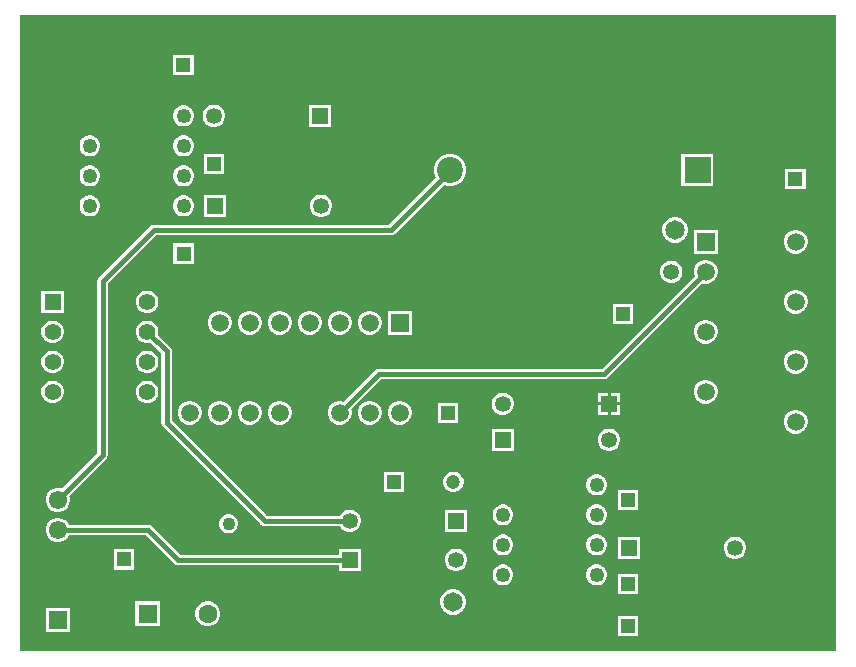
<source format=gbl>
%FSTAX23Y23*%
%MOIN*%
%SFA1B1*%

%IPPOS*%
%ADD18C,0.049210*%
%ADD19R,0.049210X0.049210*%
%ADD22C,0.047240*%
%ADD23R,0.047240X0.047240*%
%ADD24C,0.055120*%
%ADD25R,0.055120X0.055120*%
%ADD26R,0.047240X0.047240*%
%ADD31C,0.043310*%
%ADD32R,0.043310X0.043310*%
%ADD33C,0.086610*%
%ADD34R,0.086610X0.086610*%
%ADD37C,0.015000*%
%ADD38C,0.059060*%
%ADD39R,0.059060X0.059060*%
%ADD40R,0.053150X0.053150*%
%ADD41C,0.053150*%
%ADD42C,0.064960*%
%ADD43R,0.059060X0.059060*%
%ADD44C,0.062990*%
%ADD45R,0.062990X0.062990*%
%ADD46R,0.061020X0.061020*%
%ADD47C,0.061020*%
%LNtachometer-board-1*%
%LPD*%
G36*
X02734Y00015D02*
X00015D01*
Y02134*
X02734*
Y00015*
G37*
%LNtachometer-board-2*%
%LPC*%
G36*
X00592Y02003D02*
X00524D01*
Y01936*
X00592*
Y02003*
G37*
G36*
X00563Y01834D02*
X00554D01*
X00545Y01832*
X00537Y01827*
X00531Y01821*
X00526Y01813*
X00524Y01804*
Y01795*
X00526Y01786*
X00531Y01778*
X00537Y01772*
X00545Y01767*
X00554Y01765*
X00563*
X00572Y01767*
X0058Y01772*
X00586Y01778*
X00591Y01786*
X00593Y01795*
Y01804*
X00591Y01813*
X00586Y01821*
X0058Y01827*
X00572Y01832*
X00563Y01834*
G37*
G36*
X0105Y01836D02*
X00977D01*
Y01763*
X0105*
Y01836*
G37*
G36*
X00664D02*
X00655D01*
X00645Y01834*
X00637Y01829*
X0063Y01822*
X00625Y01814*
X00623Y01804*
Y01795*
X00625Y01785*
X0063Y01777*
X00637Y0177*
X00645Y01765*
X00655Y01763*
X00664*
X00674Y01765*
X00682Y0177*
X00689Y01777*
X00694Y01785*
X00696Y01795*
Y01804*
X00694Y01814*
X00689Y01822*
X00682Y01829*
X00674Y01834*
X00664Y01836*
G37*
G36*
X00563Y01734D02*
X00554D01*
X00545Y01732*
X00537Y01727*
X00531Y01721*
X00526Y01713*
X00524Y01704*
Y01695*
X00526Y01686*
X00531Y01678*
X00537Y01672*
X00545Y01667*
X00554Y01665*
X00563*
X00572Y01667*
X0058Y01672*
X00586Y01678*
X00591Y01686*
X00593Y01695*
Y01704*
X00591Y01713*
X00586Y01721*
X0058Y01727*
X00572Y01732*
X00563Y01734*
G37*
G36*
X00251D02*
X00242D01*
X00233Y01732*
X00225Y01727*
X00218Y01721*
X00214Y01713*
X00212Y01704*
Y01695*
X00214Y01686*
X00218Y01678*
X00225Y01672*
X00233Y01667*
X00242Y01665*
X00251*
X00259Y01667*
X00267Y01672*
X00274Y01678*
X00278Y01686*
X00281Y01695*
Y01704*
X00278Y01713*
X00274Y01721*
X00267Y01727*
X00259Y01732*
X00251Y01734*
G37*
G36*
X00695Y01673D02*
X00627D01*
Y01606*
X00695*
Y01673*
G37*
G36*
X02325Y01673D02*
X02218D01*
Y01566*
X02325*
Y01673*
G37*
G36*
X01454D02*
X0144D01*
X01427Y01669*
X01415Y01662*
X01405Y01652*
X01398Y0164*
X01394Y01627*
Y01612*
X01398Y01599*
X014Y01595*
X01242Y01437*
X0046*
X00453Y01436*
X00447Y01432*
X00276Y01262*
X00272Y01256*
X00271Y01249*
Y00676*
X00153Y00558*
X00145Y0056*
X00134*
X00124Y00557*
X00115Y00552*
X00107Y00544*
X00102Y00535*
X00099Y00525*
Y00514*
X00102Y00504*
X00107Y00495*
X00115Y00487*
X00124Y00482*
X00134Y00479*
X00145*
X00155Y00482*
X00164Y00487*
X00172Y00495*
X00177Y00504*
X0018Y00514*
Y00525*
X00178Y00533*
X00302Y00656*
X00305Y00662*
X00307Y00669*
Y01242*
X00467Y01402*
X0125*
X01256Y01403*
X01262Y01407*
X01426Y0157*
X01427Y0157*
X0144Y01566*
X01454*
X01468Y0157*
X0148Y01577*
X0149Y01587*
X01497Y01599*
X01501Y01612*
Y01627*
X01497Y0164*
X0149Y01652*
X0148Y01662*
X01468Y01669*
X01454Y01673*
G37*
G36*
X00563Y01634D02*
X00554D01*
X00545Y01632*
X00537Y01627*
X00531Y01621*
X00526Y01613*
X00524Y01604*
Y01595*
X00526Y01586*
X00531Y01578*
X00537Y01572*
X00545Y01567*
X00554Y01565*
X00563*
X00572Y01567*
X0058Y01572*
X00586Y01578*
X00591Y01586*
X00593Y01595*
Y01604*
X00591Y01613*
X00586Y01621*
X0058Y01627*
X00572Y01632*
X00563Y01634*
G37*
G36*
X00251D02*
X00242D01*
X00233Y01632*
X00225Y01627*
X00218Y01621*
X00214Y01613*
X00212Y01604*
Y01595*
X00214Y01586*
X00218Y01578*
X00225Y01572*
X00233Y01567*
X00242Y01565*
X00251*
X00259Y01567*
X00267Y01572*
X00274Y01578*
X00278Y01586*
X00281Y01595*
Y01604*
X00278Y01613*
X00274Y01621*
X00267Y01627*
X00259Y01632*
X00251Y01634*
G37*
G36*
X02632Y01623D02*
X02564D01*
Y01556*
X02632*
Y01623*
G37*
G36*
X00563Y01534D02*
X00554D01*
X00545Y01532*
X00537Y01527*
X00531Y01521*
X00526Y01513*
X00524Y01504*
Y01495*
X00526Y01486*
X00531Y01478*
X00537Y01472*
X00545Y01467*
X00554Y01465*
X00563*
X00572Y01467*
X0058Y01472*
X00586Y01478*
X00591Y01486*
X00593Y01495*
Y01504*
X00591Y01513*
X00586Y01521*
X0058Y01527*
X00572Y01532*
X00563Y01534*
G37*
G36*
X00251D02*
X00242D01*
X00233Y01532*
X00225Y01527*
X00218Y01521*
X00214Y01513*
X00212Y01504*
Y01495*
X00214Y01486*
X00218Y01478*
X00225Y01472*
X00233Y01467*
X00242Y01465*
X00251*
X00259Y01467*
X00267Y01472*
X00274Y01478*
X00278Y01486*
X00281Y01495*
Y01504*
X00278Y01513*
X00274Y01521*
X00267Y01527*
X00259Y01532*
X00251Y01534*
G37*
G36*
X01021Y01536D02*
X01012D01*
X01003Y01534*
X00994Y01529*
X00987Y01522*
X00983Y01514*
X0098Y01504*
Y01495*
X00983Y01485*
X00987Y01477*
X00994Y0147*
X01003Y01465*
X01012Y01463*
X01021*
X01031Y01465*
X01039Y0147*
X01046Y01477*
X01051Y01485*
X01053Y01495*
Y01504*
X01051Y01514*
X01046Y01522*
X01039Y01529*
X01031Y01534*
X01021Y01536*
G37*
G36*
X00699D02*
X00626D01*
Y01463*
X00699*
Y01536*
G37*
G36*
X02202Y01462D02*
X02191D01*
X0218Y01459*
X02171Y01453*
X02163Y01446*
X02157Y01436*
X02154Y01425*
Y01414*
X02157Y01403*
X02163Y01393*
X02171Y01386*
X0218Y0138*
X02191Y01377*
X02202*
X02213Y0138*
X02223Y01386*
X02231Y01393*
X02236Y01403*
X02239Y01414*
Y01425*
X02236Y01436*
X02231Y01446*
X02223Y01453*
X02213Y01459*
X02202Y01462*
G37*
G36*
X02605Y01419D02*
X02594D01*
X02584Y01416*
X02575Y01411*
X02568Y01404*
X02563Y01395*
X0256Y01385*
Y01374*
X02563Y01364*
X02568Y01355*
X02575Y01348*
X02584Y01343*
X02594Y0134*
X02605*
X02615Y01343*
X02624Y01348*
X02631Y01355*
X02636Y01364*
X02639Y01374*
Y01385*
X02636Y01395*
X02631Y01404*
X02624Y01411*
X02615Y01416*
X02605Y01419*
G37*
G36*
X02339D02*
X0226D01*
Y0134*
X02339*
Y01419*
G37*
G36*
X00592Y01374D02*
X00525D01*
Y01307*
X00592*
Y01374*
G37*
G36*
X02189Y01316D02*
X0218D01*
X0217Y01314*
X02162Y01309*
X02155Y01302*
X0215Y01294*
X02148Y01284*
Y01275*
X0215Y01265*
X02155Y01257*
X02162Y0125*
X0217Y01245*
X0218Y01243*
X02189*
X02199Y01245*
X02207Y0125*
X02214Y01257*
X02219Y01265*
X02221Y01275*
Y01284*
X02219Y01294*
X02214Y01302*
X02207Y01309*
X02199Y01314*
X02189Y01316*
G37*
G36*
X02305Y01319D02*
X02294D01*
X02284Y01316*
X02275Y01311*
X02268Y01304*
X02263Y01295*
X0226Y01285*
Y01274*
X02262Y01267*
X01952Y00957*
X0121*
X01203Y00956*
X012Y00954*
X01197Y00952*
X01092Y00847*
X01085Y00849*
X01074*
X01064Y00846*
X01055Y00841*
X01048Y00834*
X01043Y00825*
X0104Y00815*
Y00804*
X01043Y00794*
X01048Y00785*
X01055Y00778*
X01064Y00773*
X01074Y0077*
X01085*
X01095Y00773*
X01104Y00778*
X01111Y00785*
X01116Y00794*
X01119Y00804*
Y00815*
X01117Y00822*
X01217Y00922*
X0196*
X01966Y00923*
X01972Y00927*
X02287Y01242*
X02294Y0124*
X02305*
X02315Y01243*
X02324Y01248*
X02331Y01255*
X02336Y01264*
X02339Y01274*
Y01285*
X02336Y01295*
X02331Y01304*
X02324Y01311*
X02315Y01316*
X02305Y01319*
G37*
G36*
X00442Y01217D02*
X00432D01*
X00423Y01215*
X00414Y0121*
X00407Y01203*
X00402Y01194*
X00399Y01184*
Y01175*
X00402Y01165*
X00407Y01156*
X00414Y01149*
X00423Y01145*
X00432Y01142*
X00442*
X00452Y01145*
X0046Y01149*
X00467Y01156*
X00472Y01165*
X00475Y01175*
Y01184*
X00472Y01194*
X00467Y01203*
X0046Y0121*
X00452Y01215*
X00442Y01217*
G37*
G36*
X0016D02*
X00084D01*
Y01142*
X0016*
Y01217*
G37*
G36*
X02605Y01219D02*
X02594D01*
X02584Y01216*
X02575Y01211*
X02568Y01204*
X02563Y01195*
X0256Y01185*
Y01174*
X02563Y01164*
X02568Y01155*
X02575Y01148*
X02584Y01143*
X02594Y0114*
X02605*
X02615Y01143*
X02624Y01148*
X02631Y01155*
X02636Y01164*
X02639Y01174*
Y01185*
X02636Y01195*
X02631Y01204*
X02624Y01211*
X02615Y01216*
X02605Y01219*
G37*
G36*
X02057Y01173D02*
X01989D01*
Y01106*
X02057*
Y01173*
G37*
G36*
X01319Y01149D02*
X0124D01*
Y0107*
X01319*
Y01149*
G37*
G36*
X01185D02*
X01174D01*
X01164Y01146*
X01155Y01141*
X01148Y01134*
X01143Y01125*
X0114Y01115*
Y01104*
X01143Y01094*
X01148Y01085*
X01155Y01078*
X01164Y01073*
X01174Y0107*
X01185*
X01195Y01073*
X01204Y01078*
X01211Y01085*
X01216Y01094*
X01219Y01104*
Y01115*
X01216Y01125*
X01211Y01134*
X01204Y01141*
X01195Y01146*
X01185Y01149*
G37*
G36*
X01085D02*
X01074D01*
X01064Y01146*
X01055Y01141*
X01048Y01134*
X01043Y01125*
X0104Y01115*
Y01104*
X01043Y01094*
X01048Y01085*
X01055Y01078*
X01064Y01073*
X01074Y0107*
X01085*
X01095Y01073*
X01104Y01078*
X01111Y01085*
X01116Y01094*
X01119Y01104*
Y01115*
X01116Y01125*
X01111Y01134*
X01104Y01141*
X01095Y01146*
X01085Y01149*
G37*
G36*
X00985D02*
X00974D01*
X00964Y01146*
X00955Y01141*
X00948Y01134*
X00943Y01125*
X0094Y01115*
Y01104*
X00943Y01094*
X00948Y01085*
X00955Y01078*
X00964Y01073*
X00974Y0107*
X00985*
X00995Y01073*
X01004Y01078*
X01011Y01085*
X01016Y01094*
X01019Y01104*
Y01115*
X01016Y01125*
X01011Y01134*
X01004Y01141*
X00995Y01146*
X00985Y01149*
G37*
G36*
X00885D02*
X00874D01*
X00864Y01146*
X00855Y01141*
X00848Y01134*
X00843Y01125*
X0084Y01115*
Y01104*
X00843Y01094*
X00848Y01085*
X00855Y01078*
X00864Y01073*
X00874Y0107*
X00885*
X00895Y01073*
X00904Y01078*
X00911Y01085*
X00916Y01094*
X00919Y01104*
Y01115*
X00916Y01125*
X00911Y01134*
X00904Y01141*
X00895Y01146*
X00885Y01149*
G37*
G36*
X00785D02*
X00774D01*
X00764Y01146*
X00755Y01141*
X00748Y01134*
X00743Y01125*
X0074Y01115*
Y01104*
X00743Y01094*
X00748Y01085*
X00755Y01078*
X00764Y01073*
X00774Y0107*
X00785*
X00795Y01073*
X00804Y01078*
X00811Y01085*
X00816Y01094*
X00819Y01104*
Y01115*
X00816Y01125*
X00811Y01134*
X00804Y01141*
X00795Y01146*
X00785Y01149*
G37*
G36*
X00685D02*
X00674D01*
X00664Y01146*
X00655Y01141*
X00648Y01134*
X00643Y01125*
X0064Y01115*
Y01104*
X00643Y01094*
X00648Y01085*
X00655Y01078*
X00664Y01073*
X00674Y0107*
X00685*
X00695Y01073*
X00704Y01078*
X00711Y01085*
X00716Y01094*
X00719Y01104*
Y01115*
X00716Y01125*
X00711Y01134*
X00704Y01141*
X00695Y01146*
X00685Y01149*
G37*
G36*
X00127Y01117D02*
X00117D01*
X00108Y01115*
X00099Y0111*
X00092Y01103*
X00087Y01094*
X00084Y01084*
Y01075*
X00087Y01065*
X00092Y01056*
X00099Y01049*
X00108Y01045*
X00117Y01042*
X00127*
X00137Y01045*
X00145Y01049*
X00152Y01056*
X00157Y01065*
X0016Y01075*
Y01084*
X00157Y01094*
X00152Y01103*
X00145Y0111*
X00137Y01115*
X00127Y01117*
G37*
G36*
X02305Y01119D02*
X02294D01*
X02284Y01116*
X02275Y01111*
X02268Y01104*
X02263Y01095*
X0226Y01085*
Y01074*
X02263Y01064*
X02268Y01055*
X02275Y01048*
X02284Y01043*
X02294Y0104*
X02305*
X02315Y01043*
X02324Y01048*
X02331Y01055*
X02336Y01064*
X02339Y01074*
Y01085*
X02336Y01095*
X02331Y01104*
X02324Y01111*
X02315Y01116*
X02305Y01119*
G37*
G36*
X00442Y01017D02*
X00432D01*
X00423Y01015*
X00414Y0101*
X00407Y01003*
X00402Y00994*
X00399Y00984*
Y00975*
X00402Y00965*
X00407Y00956*
X00414Y00949*
X00423Y00945*
X00432Y00942*
X00442*
X00452Y00945*
X0046Y00949*
X00467Y00956*
X00472Y00965*
X00475Y00975*
Y00984*
X00472Y00994*
X00467Y01003*
X0046Y0101*
X00452Y01015*
X00442Y01017*
G37*
G36*
X00127D02*
X00117D01*
X00108Y01015*
X00099Y0101*
X00092Y01003*
X00087Y00994*
X00084Y00984*
Y00975*
X00087Y00965*
X00092Y00956*
X00099Y00949*
X00108Y00945*
X00117Y00942*
X00127*
X00137Y00945*
X00145Y00949*
X00152Y00956*
X00157Y00965*
X0016Y00975*
Y00984*
X00157Y00994*
X00152Y01003*
X00145Y0101*
X00137Y01015*
X00127Y01017*
G37*
G36*
X02605Y01019D02*
X02594D01*
X02584Y01016*
X02575Y01011*
X02568Y01004*
X02563Y00995*
X0256Y00985*
Y00974*
X02563Y00964*
X02568Y00955*
X02575Y00948*
X02584Y00943*
X02594Y0094*
X02605*
X02615Y00943*
X02624Y00948*
X02631Y00955*
X02636Y00964*
X02639Y00974*
Y00985*
X02636Y00995*
X02631Y01004*
X02624Y01011*
X02615Y01016*
X02605Y01019*
G37*
G36*
X02013Y00876D02*
X01982D01*
Y00845*
X02013*
Y00876*
G37*
G36*
X01972D02*
X0194D01*
Y00845*
X01972*
Y00876*
G37*
G36*
X00442Y00917D02*
X00432D01*
X00423Y00915*
X00414Y0091*
X00407Y00903*
X00402Y00894*
X00399Y00884*
Y00875*
X00402Y00865*
X00407Y00856*
X00414Y00849*
X00423Y00845*
X00432Y00842*
X00442*
X00452Y00845*
X0046Y00849*
X00467Y00856*
X00472Y00865*
X00475Y00875*
Y00884*
X00472Y00894*
X00467Y00903*
X0046Y0091*
X00452Y00915*
X00442Y00917*
G37*
G36*
X00127D02*
X00117D01*
X00108Y00915*
X00099Y0091*
X00092Y00903*
X00087Y00894*
X00084Y00884*
Y00875*
X00087Y00865*
X00092Y00856*
X00099Y00849*
X00108Y00845*
X00117Y00842*
X00127*
X00137Y00845*
X00145Y00849*
X00152Y00856*
X00157Y00865*
X0016Y00875*
Y00884*
X00157Y00894*
X00152Y00903*
X00145Y0091*
X00137Y00915*
X00127Y00917*
G37*
G36*
X02305Y00919D02*
X02294D01*
X02284Y00916*
X02275Y00911*
X02268Y00904*
X02263Y00895*
X0226Y00885*
Y00874*
X02263Y00864*
X02268Y00855*
X02275Y00848*
X02284Y00843*
X02294Y0084*
X02305*
X02315Y00843*
X02324Y00848*
X02331Y00855*
X02336Y00864*
X02339Y00874*
Y00885*
X02336Y00895*
X02331Y00904*
X02324Y00911*
X02315Y00916*
X02305Y00919*
G37*
G36*
X02013Y00835D02*
X01982D01*
Y00803*
X02013*
Y00835*
G37*
G36*
X01972D02*
X0194D01*
Y00803*
X01972*
Y00835*
G37*
G36*
X01627Y00876D02*
X01618D01*
X01608Y00874*
X016Y00869*
X01593Y00862*
X01588Y00854*
X01586Y00844*
Y00835*
X01588Y00825*
X01593Y00817*
X016Y0081*
X01608Y00805*
X01618Y00803*
X01627*
X01636Y00805*
X01645Y0081*
X01652Y00817*
X01656Y00825*
X01659Y00835*
Y00844*
X01656Y00854*
X01652Y00862*
X01645Y00869*
X01636Y00874*
X01627Y00876*
G37*
G36*
X01473Y00843D02*
X01406D01*
Y00776*
X01473*
Y00843*
G37*
G36*
X01285Y00849D02*
X01274D01*
X01264Y00846*
X01255Y00841*
X01248Y00834*
X01243Y00825*
X0124Y00815*
Y00804*
X01243Y00794*
X01248Y00785*
X01255Y00778*
X01264Y00773*
X01274Y0077*
X01285*
X01295Y00773*
X01304Y00778*
X01311Y00785*
X01316Y00794*
X01319Y00804*
Y00815*
X01316Y00825*
X01311Y00834*
X01304Y00841*
X01295Y00846*
X01285Y00849*
G37*
G36*
X01185D02*
X01174D01*
X01164Y00846*
X01155Y00841*
X01148Y00834*
X01143Y00825*
X0114Y00815*
Y00804*
X01143Y00794*
X01148Y00785*
X01155Y00778*
X01164Y00773*
X01174Y0077*
X01185*
X01195Y00773*
X01204Y00778*
X01211Y00785*
X01216Y00794*
X01219Y00804*
Y00815*
X01216Y00825*
X01211Y00834*
X01204Y00841*
X01195Y00846*
X01185Y00849*
G37*
G36*
X00885D02*
X00874D01*
X00864Y00846*
X00855Y00841*
X00848Y00834*
X00843Y00825*
X0084Y00815*
Y00804*
X00843Y00794*
X00848Y00785*
X00855Y00778*
X00864Y00773*
X00874Y0077*
X00885*
X00895Y00773*
X00904Y00778*
X00911Y00785*
X00916Y00794*
X00919Y00804*
Y00815*
X00916Y00825*
X00911Y00834*
X00904Y00841*
X00895Y00846*
X00885Y00849*
G37*
G36*
X00785D02*
X00774D01*
X00764Y00846*
X00755Y00841*
X00748Y00834*
X00743Y00825*
X0074Y00815*
Y00804*
X00743Y00794*
X00748Y00785*
X00755Y00778*
X00764Y00773*
X00774Y0077*
X00785*
X00795Y00773*
X00804Y00778*
X00811Y00785*
X00816Y00794*
X00819Y00804*
Y00815*
X00816Y00825*
X00811Y00834*
X00804Y00841*
X00795Y00846*
X00785Y00849*
G37*
G36*
X00685D02*
X00674D01*
X00664Y00846*
X00655Y00841*
X00648Y00834*
X00643Y00825*
X0064Y00815*
Y00804*
X00643Y00794*
X00648Y00785*
X00655Y00778*
X00664Y00773*
X00674Y0077*
X00685*
X00695Y00773*
X00704Y00778*
X00711Y00785*
X00716Y00794*
X00719Y00804*
Y00815*
X00716Y00825*
X00711Y00834*
X00704Y00841*
X00695Y00846*
X00685Y00849*
G37*
G36*
X00585D02*
X00574D01*
X00564Y00846*
X00555Y00841*
X00548Y00834*
X00543Y00825*
X0054Y00815*
Y00804*
X00543Y00794*
X00548Y00785*
X00555Y00778*
X00564Y00773*
X00574Y0077*
X00585*
X00595Y00773*
X00604Y00778*
X00611Y00785*
X00616Y00794*
X00619Y00804*
Y00815*
X00616Y00825*
X00611Y00834*
X00604Y00841*
X00595Y00846*
X00585Y00849*
G37*
G36*
X02605Y00819D02*
X02594D01*
X02584Y00816*
X02575Y00811*
X02568Y00804*
X02563Y00795*
X0256Y00785*
Y00774*
X02563Y00764*
X02568Y00755*
X02575Y00748*
X02584Y00743*
X02594Y0074*
X02605*
X02615Y00743*
X02624Y00748*
X02631Y00755*
X02636Y00764*
X02639Y00774*
Y00785*
X02636Y00795*
X02631Y00804*
X02624Y00811*
X02615Y00816*
X02605Y00819*
G37*
G36*
X01981Y00756D02*
X01972D01*
X01963Y00754*
X01954Y00749*
X01947Y00742*
X01943Y00734*
X0194Y00724*
Y00715*
X01943Y00705*
X01947Y00697*
X01954Y0069*
X01963Y00685*
X01972Y00683*
X01981*
X01991Y00685*
X01999Y0069*
X02006Y00697*
X02011Y00705*
X02013Y00715*
Y00724*
X02011Y00734*
X02006Y00742*
X01999Y00749*
X01991Y00754*
X01981Y00756*
G37*
G36*
X01659D02*
X01586D01*
Y00683*
X01659*
Y00756*
G37*
G36*
X01462Y00613D02*
X01454D01*
X01445Y00611*
X01437Y00606*
X01431Y006*
X01427Y00592*
X01424Y00584*
Y00575*
X01427Y00567*
X01431Y00559*
X01437Y00553*
X01445Y00548*
X01454Y00546*
X01462*
X01471Y00548*
X01479Y00553*
X01485Y00559*
X01489Y00567*
X01492Y00575*
Y00584*
X01489Y00592*
X01485Y006*
X01479Y00606*
X01471Y00611*
X01462Y00613*
G37*
G36*
X01295D02*
X01227D01*
Y00546*
X01295*
Y00613*
G37*
G36*
X0194Y00604D02*
X01931D01*
X01922Y00602*
X01915Y00597*
X01908Y00591*
X01904Y00583*
X01901Y00574*
Y00565*
X01904Y00556*
X01908Y00548*
X01915Y00542*
X01922Y00537*
X01931Y00535*
X0194*
X01949Y00537*
X01957Y00542*
X01963Y00548*
X01968Y00556*
X0197Y00565*
Y00574*
X01968Y00583*
X01963Y00591*
X01957Y00597*
X01949Y00602*
X0194Y00604*
G37*
G36*
X02075Y00553D02*
X02007D01*
Y00486*
X02075*
Y00553*
G37*
G36*
X0194Y00504D02*
X01931D01*
X01922Y00502*
X01915Y00497*
X01908Y00491*
X01904Y00483*
X01901Y00474*
Y00465*
X01904Y00456*
X01908Y00448*
X01915Y00442*
X01922Y00437*
X01931Y00435*
X0194*
X01949Y00437*
X01957Y00442*
X01963Y00448*
X01968Y00456*
X0197Y00465*
Y00474*
X01968Y00483*
X01963Y00491*
X01957Y00497*
X01949Y00502*
X0194Y00504*
G37*
G36*
X01628D02*
X01619D01*
X0161Y00502*
X01602Y00497*
X01596Y00491*
X01591Y00483*
X01589Y00474*
Y00465*
X01591Y00456*
X01596Y00448*
X01602Y00442*
X0161Y00437*
X01619Y00435*
X01628*
X01637Y00437*
X01644Y00442*
X01651Y00448*
X01655Y00456*
X01658Y00465*
Y00474*
X01655Y00483*
X01651Y00491*
X01644Y00497*
X01637Y00502*
X01628Y00504*
G37*
G36*
X01503Y00486D02*
X0143D01*
Y00413*
X01503*
Y00486*
G37*
G36*
X00442Y01117D02*
X00432D01*
X00423Y01115*
X00414Y0111*
X00407Y01103*
X00402Y01094*
X00399Y01084*
Y01075*
X00402Y01065*
X00407Y01056*
X00414Y01049*
X00423Y01045*
X00432Y01042*
X00442*
X00448Y01044*
X00485Y01007*
Y00777*
X00486Y0077*
X0049Y00764*
X00817Y00437*
X0082Y00435*
X00823Y00433*
X0083Y00432*
X0108*
X01083Y00427*
X0109Y0042*
X01098Y00415*
X01108Y00413*
X01117*
X01126Y00415*
X01135Y0042*
X01142Y00427*
X01146Y00435*
X01149Y00445*
Y00454*
X01146Y00464*
X01142Y00472*
X01135Y00479*
X01126Y00484*
X01117Y00486*
X01108*
X01098Y00484*
X0109Y00479*
X01083Y00472*
X0108Y00467*
X00837*
X0052Y00784*
Y01014*
X00519Y01021*
X00515Y01027*
X00473Y01069*
X00475Y01075*
Y01084*
X00472Y01094*
X00467Y01103*
X0046Y0111*
X00452Y01115*
X00442Y01117*
G37*
G36*
X00713Y00471D02*
X00705D01*
X00697Y00469*
X00689Y00465*
X00683Y00459*
X00679Y00452*
X00677Y00444*
Y00435*
X00679Y00427*
X00683Y0042*
X00689Y00414*
X00697Y0041*
X00705Y00408*
X00713*
X00721Y0041*
X00728Y00414*
X00734Y0042*
X00738Y00427*
X0074Y00435*
Y00444*
X00738Y00452*
X00734Y00459*
X00728Y00465*
X00721Y00469*
X00713Y00471*
G37*
G36*
X0194Y00404D02*
X01931D01*
X01922Y00402*
X01915Y00397*
X01908Y00391*
X01904Y00383*
X01901Y00374*
Y00365*
X01904Y00356*
X01908Y00348*
X01915Y00342*
X01922Y00337*
X01931Y00335*
X0194*
X01949Y00337*
X01957Y00342*
X01963Y00348*
X01968Y00356*
X0197Y00365*
Y00374*
X01968Y00383*
X01963Y00391*
X01957Y00397*
X01949Y00402*
X0194Y00404*
G37*
G36*
X01628D02*
X01619D01*
X0161Y00402*
X01602Y00397*
X01596Y00391*
X01591Y00383*
X01589Y00374*
Y00365*
X01591Y00356*
X01596Y00348*
X01602Y00342*
X0161Y00337*
X01619Y00335*
X01628*
X01637Y00337*
X01644Y00342*
X01651Y00348*
X01655Y00356*
X01658Y00365*
Y00374*
X01655Y00383*
X01651Y00391*
X01644Y00397*
X01637Y00402*
X01628Y00404*
G37*
G36*
X02401Y00396D02*
X02392D01*
X02383Y00394*
X02374Y00389*
X02367Y00382*
X02363Y00374*
X0236Y00364*
Y00355*
X02363Y00345*
X02367Y00337*
X02374Y0033*
X02383Y00325*
X02392Y00323*
X02401*
X02411Y00325*
X02419Y0033*
X02426Y00337*
X02431Y00345*
X02433Y00355*
Y00364*
X02431Y00374*
X02426Y00382*
X02419Y00389*
X02411Y00394*
X02401Y00396*
G37*
G36*
X02079D02*
X02006D01*
Y00323*
X02079*
Y00396*
G37*
G36*
X00393Y00355D02*
X00326D01*
Y00287*
X00393*
Y00355*
G37*
G36*
X01471Y00356D02*
X01462D01*
X01453Y00354*
X01444Y00349*
X01437Y00342*
X01433Y00334*
X0143Y00324*
Y00315*
X01433Y00305*
X01437Y00297*
X01444Y0029*
X01453Y00285*
X01462Y00283*
X01471*
X01481Y00285*
X01489Y0029*
X01496Y00297*
X01501Y00305*
X01503Y00315*
Y00324*
X01501Y00334*
X01496Y00342*
X01489Y00349*
X01481Y00354*
X01471Y00356*
G37*
G36*
X00145Y0046D02*
X00134D01*
X00124Y00457*
X00115Y00452*
X00107Y00444*
X00102Y00435*
X00099Y00425*
Y00414*
X00102Y00404*
X00107Y00395*
X00115Y00387*
X00124Y00382*
X00134Y00379*
X00145*
X00155Y00382*
X00164Y00387*
X00172Y00395*
X00176Y00402*
X00432*
X00527Y00307*
X00533Y00303*
X0054Y00302*
X01076*
Y00283*
X01149*
Y00356*
X01076*
Y00337*
X00547*
X00452Y00432*
X00446Y00436*
X0044Y00437*
X00176*
X00172Y00444*
X00164Y00452*
X00155Y00457*
X00145Y0046*
G37*
G36*
X0194Y00304D02*
X01931D01*
X01922Y00302*
X01915Y00297*
X01908Y00291*
X01904Y00283*
X01901Y00274*
Y00265*
X01904Y00256*
X01908Y00248*
X01915Y00242*
X01922Y00237*
X01931Y00235*
X0194*
X01949Y00237*
X01957Y00242*
X01963Y00248*
X01968Y00256*
X0197Y00265*
Y00274*
X01968Y00283*
X01963Y00291*
X01957Y00297*
X01949Y00302*
X0194Y00304*
G37*
G36*
X01628D02*
X01619D01*
X0161Y00302*
X01602Y00297*
X01596Y00291*
X01591Y00283*
X01589Y00274*
Y00265*
X01591Y00256*
X01596Y00248*
X01602Y00242*
X0161Y00237*
X01619Y00235*
X01628*
X01637Y00237*
X01644Y00242*
X01651Y00248*
X01655Y00256*
X01658Y00265*
Y00274*
X01655Y00283*
X01651Y00291*
X01644Y00297*
X01637Y00302*
X01628Y00304*
G37*
G36*
X02075Y00273D02*
X02007D01*
Y00206*
X02075*
Y00273*
G37*
G36*
X01462Y00222D02*
X01451D01*
X0144Y00219*
X01431Y00213*
X01423Y00206*
X01417Y00196*
X01414Y00185*
Y00174*
X01417Y00163*
X01423Y00153*
X01431Y00146*
X0144Y0014*
X01451Y00137*
X01462*
X01473Y0014*
X01483Y00146*
X01491Y00153*
X01496Y00163*
X01499Y00174*
Y00185*
X01496Y00196*
X01491Y00206*
X01483Y00213*
X01473Y00219*
X01462Y00222*
G37*
G36*
X00645Y00181D02*
X00634D01*
X00623Y00178*
X00614Y00173*
X00606Y00165*
X00601Y00156*
X00598Y00145*
Y00134*
X00601Y00123*
X00606Y00114*
X00614Y00106*
X00623Y00101*
X00634Y00098*
X00645*
X00656Y00101*
X00665Y00106*
X00673Y00114*
X00678Y00123*
X00681Y00134*
Y00145*
X00678Y00156*
X00673Y00165*
X00665Y00173*
X00656Y00178*
X00645Y00181*
G37*
G36*
X00481D02*
X00398D01*
Y00098*
X00481*
Y00181*
G37*
G36*
X0018Y0016D02*
X00099D01*
Y00079*
X0018*
Y0016*
G37*
G36*
X02075Y00133D02*
X02007D01*
Y00066*
X02075*
Y00133*
G37*
%LNtachometer-board-3*%
%LPD*%
G54D18*
X00559Y018D03*
Y017D03*
Y016D03*
Y015D03*
X00246D03*
Y016D03*
Y017D03*
X01936Y0057D03*
Y0047D03*
Y0037D03*
Y0027D03*
X01623D03*
Y0037D03*
Y0047D03*
G54D19*
X00246Y018D03*
X01623Y0057D03*
G54D22*
X00858Y0164D03*
X00361Y0197D03*
X0144Y01006D03*
X00756Y0134D03*
X01458Y0058D03*
X02238Y001D03*
Y0024D03*
Y0052D03*
X01826Y0114D03*
X02401Y0159D03*
X0036Y00518D03*
G54D23*
X00661Y0164D03*
X00558Y0197D03*
X00559Y0134D03*
X01261Y0058D03*
X02041Y001D03*
Y0024D03*
Y0052D03*
X02023Y0114D03*
X02598Y0159D03*
G54D24*
X00122Y0088D03*
Y0098D03*
Y0108D03*
X00437Y0088D03*
Y0098D03*
Y0108D03*
Y0118D03*
G54D25*
X00122Y0118D03*
G54D26*
X0144Y0081D03*
X0036Y00321D03*
G54D31*
X00709Y0044D03*
G54D32*
X0061Y0044D03*
G54D33*
X01447Y0162D03*
G54D34*
X02272Y0162D03*
G54D37*
X0083Y0045D02*
X01112D01*
X00502Y00777D02*
Y01014D01*
Y00777D02*
X0083Y0045D01*
X0125Y0142D02*
X01447Y01617D01*
Y0162*
X00289Y01249D02*
X0046Y0142D01*
X0125*
X0014Y0052D02*
X00289Y00669D01*
Y01249*
X0044Y0042D02*
X0054Y0032D01*
X0014Y0042D02*
X0044D01*
X0054Y0032D02*
X01112D01*
X00437Y0108D02*
X00502Y01014D01*
X0196Y0094D02*
X023Y0128D01*
X0121Y0094D02*
X0196D01*
X0108Y0081D02*
X0121Y0094D01*
G54D38*
X0058Y0081D03*
X0068D03*
X0078D03*
X0088D03*
X0098D03*
X0108D03*
X0118D03*
X0128D03*
X0058Y0111D03*
X0068D03*
X0078D03*
X0088D03*
X0098D03*
X0108D03*
X0118D03*
X026Y0078D03*
Y0088D03*
Y0098D03*
Y0108D03*
Y0118D03*
Y0128D03*
Y0138D03*
X023Y0078D03*
Y0088D03*
Y0098D03*
Y0108D03*
Y0118D03*
Y0128D03*
G54D39*
X0128Y0111D03*
G54D40*
X00662Y015D03*
X01014Y018D03*
X01977Y0084D03*
X01622Y0072D03*
X02042Y0036D03*
X01467Y0045D03*
X01112Y0032D03*
X0183Y0128D03*
G54D41*
X01017Y015D03*
X0066Y018D03*
X01622Y0084D03*
X01977Y0072D03*
X02397Y0036D03*
X01112Y0045D03*
X01467Y0032D03*
X02184Y0128D03*
G54D42*
X01102Y0018D03*
X01457D03*
X01842Y0142D03*
X02197D03*
G54D43*
X023Y0138D03*
G54D44*
X0064Y0014D03*
X0054D03*
G54D45*
X0044Y0014D03*
G54D46*
X0014Y0012D03*
G54D47*
X0014Y0022D03*
Y0032D03*
Y0042D03*
Y0052D03*
M02*
</source>
